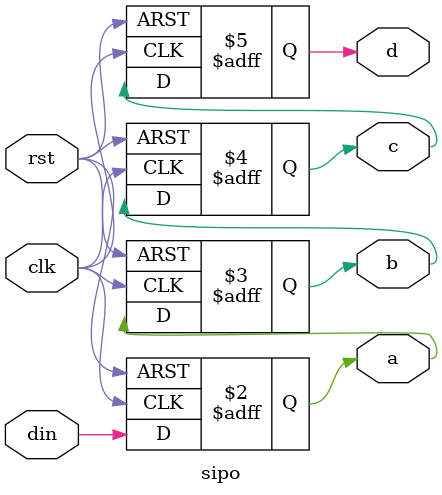
<source format=v>
module sipo(input din,clk,rst,output reg a,b,c,d);
  always @(posedge clk or posedge rst)begin
    if (rst)begin
      {a,b,c,d}='b0;
    end
      else begin
        a<=din;
        b<=a;
        c<=b;
        d<=c;
      end
  end
endmodule

</source>
